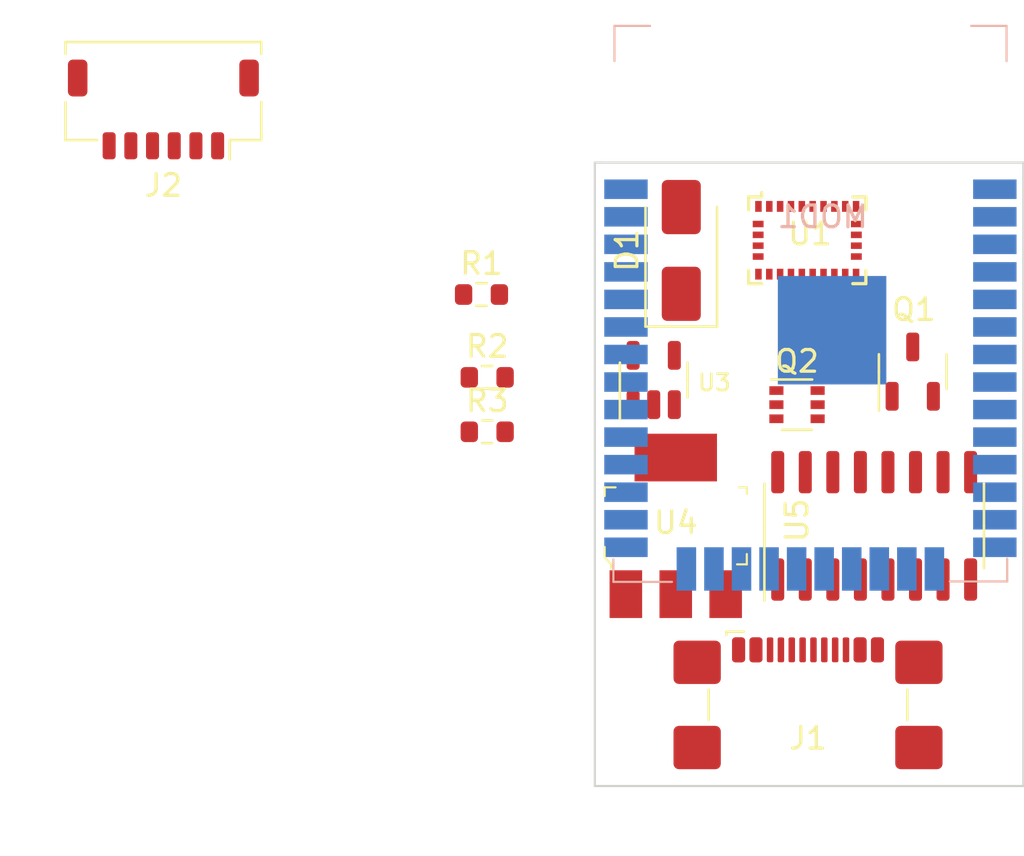
<source format=kicad_pcb>
(kicad_pcb (version 20221018) (generator pcbnew)
  (layers (0 "F.Cu" signal) (31 "B.Cu" signal) (34 "B.Paste" user) (35 "F.Paste" user) (36 "B.SilkS" user "B.Silkscreen") (37 "F.SilkS" user "F.Silkscreen") (38 "B.Mask" user) (39 "F.Mask" user) (44 "Edge.Cuts" user))
  (net 0 "")
  (net 1 "Net-(J1-GND-PadA1)")
  (net 2 "Net-(J1-VBUS-PadA4)")
  (net 79 "Net-(U5-UD+)")
  (net 80 "Net-(U5-UD-)")
  (footprint "Resistor_SMD:R_0603_1608Metric" (layer "F.Cu") (at 117.04 104.404)
    (fp_text reference "R2" (at 0 -1.43) (layer "F.SilkS"))
    (fp_text value "R")
    (fp_line (start -0.237258 -0.5225) (end 0.237258 -0.5225) (stroke (width 0.12)) (layer "F.SilkS"))
    (fp_line (start -0.237258 0.5225) (end 0.237258 0.5225) (stroke (width 0.12)) (layer "F.SilkS"))
    (pad "1" smd roundrect (at -0.825 0) (size 0.8 0.95) (layers "F.Cu" "F.Paste" "F.Mask"))
    (pad "2" smd roundrect (at 0.825 0) (size 0.8 0.95) (layers "F.Cu" "F.Paste" "F.Mask"))
  )
  (footprint "Resistor_SMD:R_0603_1608Metric" (layer "F.Cu") (at 116.777 100.584)
    (fp_text reference "R1" (at 0 -1.43) (layer "F.SilkS"))
    (fp_text value "R")
    (fp_line (start -0.237258 -0.5225) (end 0.237258 -0.5225) (stroke (width 0.12)) (layer "F.SilkS"))
    (fp_line (start -0.237258 0.5225) (end 0.237258 0.5225) (stroke (width 0.12)) (layer "F.SilkS"))
    (pad "1" smd roundrect (at -0.825 0) (size 0.8 0.95) (layers "F.Cu" "F.Paste" "F.Mask"))
    (pad "2" smd roundrect (at 0.825 0) (size 0.8 0.95) (layers "F.Cu" "F.Paste" "F.Mask"))
  )
  (footprint "Connector_USB:USB_C_Receptacle_GCT_USB4110" (layer "F.Cu") (at 131.826 120.65)
    (fp_text reference "J1" (at 0 0.395 unlocked) (layer "F.SilkS"))
    (fp_text value "USB_C_Receptacle")
    (fp_line (start -4.58 -0.435) (end -4.58 -1.845) (stroke (width 0.12)) (layer "F.SilkS"))
    (fp_line (start -3.76 -4.515) (end -3.76 -4.365) (stroke (width 0.12)) (layer "F.SilkS"))
    (fp_line (start -2.96 -4.515) (end -3.76 -4.515) (stroke (width 0.12)) (layer "F.SilkS"))
    (fp_line (start 4.58 -0.435) (end 4.58 -1.845) (stroke (width 0.12)) (layer "F.SilkS"))
    (pad "" np_thru_hole circle (at -2.89 -2.605) (size 0.65 0.65) (drill 0.65) (layers "F&B.Cu" "*.Mask"))
    (pad "" np_thru_hole circle (at 2.89 -2.605) (size 0.65 0.65) (drill 0.65) (layers "F&B.Cu" "*.Mask"))
    (pad "A1" smd roundrect (at -3.2 -3.68) (size 0.6 1.15) (layers "F.Cu" "F.Paste" "F.Mask") (net 1 "Net-(J1-GND-PadA1)"))
    (pad "A4" smd roundrect (at -2.4 -3.68) (size 0.6 1.15) (layers "F.Cu" "F.Paste" "F.Mask") (net 2 "Net-(J1-VBUS-PadA4)"))
    (pad "A5" smd roundrect (at -1.25 -3.68) (size 0.3 1.15) (layers "F.Cu" "F.Paste" "F.Mask"))
    (pad "A6" smd roundrect (at -0.25 -3.68) (size 0.3 1.15) (layers "F.Cu" "F.Paste" "F.Mask"))
    (pad "A7" smd roundrect (at 0.25 -3.68) (size 0.3 1.15) (layers "F.Cu" "F.Paste" "F.Mask"))
    (pad "A8" smd roundrect (at 1.25 -3.68) (size 0.3 1.15) (layers "F.Cu" "F.Paste" "F.Mask"))
    (pad "A9" smd roundrect (at 2.4 -3.68) (size 0.6 1.15) (layers "F.Cu" "F.Paste" "F.Mask") (net 2 "Net-(J1-VBUS-PadA4)"))
    (pad "A12" smd roundrect (at 3.2 -3.68) (size 0.6 1.15) (layers "F.Cu" "F.Paste" "F.Mask") (net 1 "Net-(J1-GND-PadA1)"))
    (pad "B1" smd roundrect (at 3.2 -3.68) (size 0.6 1.15) (layers "F.Cu" "F.Paste" "F.Mask") (net 1 "Net-(J1-GND-PadA1)"))
    (pad "B4" smd roundrect (at 2.4 -3.68) (size 0.6 1.15) (layers "F.Cu" "F.Paste" "F.Mask") (net 2 "Net-(J1-VBUS-PadA4)"))
    (pad "B5" smd roundrect (at 1.75 -3.68) (size 0.3 1.15) (layers "F.Cu" "F.Paste" "F.Mask"))
    (pad "B6" smd roundrect (at 0.75 -3.68) (size 0.3 1.15) (layers "F.Cu" "F.Paste" "F.Mask") (net 79 "Net-(U5-UD+)"))
    (pad "B7" smd roundrect (at -0.75 -3.68) (size 0.3 1.15) (layers "F.Cu" "F.Paste" "F.Mask") (net 80 "Net-(U5-UD-)"))
    (pad "B8" smd roundrect (at -1.75 -3.68) (size 0.3 1.15) (layers "F.Cu" "F.Paste" "F.Mask"))
    (pad "B9" smd roundrect (at -2.4 -3.68) (size 0.6 1.15) (layers "F.Cu" "F.Paste" "F.Mask") (net 2 "Net-(J1-VBUS-PadA4)"))
    (pad "B12" smd roundrect (at -3.2 -3.68) (size 0.6 1.15) (layers "F.Cu" "F.Paste" "F.Mask") (net 1 "Net-(J1-GND-PadA1)"))
    (pad "S1" smd roundrect (at -5.11 -3.105) (size 2.18 2) (layers "F.Cu" "F.Paste" "F.Mask") (roundrect_rratio 0.125))
    (pad "S1" smd roundrect (at -5.11 0.825) (size 2.18 2) (layers "F.Cu" "F.Paste" "F.Mask") (roundrect_rratio 0.125))
    (pad "S1" smd roundrect (at 5.11 -3.105) (size 2.18 2) (layers "F.Cu" "F.Paste" "F.Mask") (roundrect_rratio 0.125))
    (pad "S1" smd roundrect (at 5.11 0.825) (size 2.18 2) (layers "F.Cu" "F.Paste" "F.Mask") (roundrect_rratio 0.125))
  )
  (footprint "Resistor_SMD:R_0603_1608Metric" (layer "F.Cu") (at 117.04 106.914)
    (fp_text reference "R3" (at 0 -1.43) (layer "F.SilkS"))
    (fp_text value "R")
    (fp_line (start -0.237258 -0.5225) (end 0.237258 -0.5225) (stroke (width 0.12)) (layer "F.SilkS"))
    (fp_line (start -0.237258 0.5225) (end 0.237258 0.5225) (stroke (width 0.12)) (layer "F.SilkS"))
    (pad "1" smd roundrect (at -0.825 0) (size 0.8 0.95) (layers "F.Cu" "F.Paste" "F.Mask"))
    (pad "2" smd roundrect (at 0.825 0) (size 0.8 0.95) (layers "F.Cu" "F.Paste" "F.Mask"))
  )
  (footprint "Connector_JST:JST_SHL_SM06B-SHLS-TF_1x06-1MP_P1.00mm_Horizontal" (layer "F.Cu") (at 102.116 92.051 180)
    (fp_text reference "J2" (at 0 -3.5) (layer "F.SilkS"))
    (fp_text value "Conn_01x06_Socket")
    (fp_line (start -4.51 -1.41) (end -3.06 -1.41) (stroke (width 0.12)) (layer "F.SilkS"))
    (fp_line (start -4.51 0.34) (end -4.51 -1.41) (stroke (width 0.12)) (layer "F.SilkS"))
    (fp_line (start -4.51 2.56) (end -4.51 3.11) (stroke (width 0.12)) (layer "F.SilkS"))
    (fp_line (start -4.51 3.11) (end 4.51 3.11) (stroke (width 0.12)) (layer "F.SilkS"))
    (fp_line (start -3.06 -1.41) (end -3.06 -2.3) (stroke (width 0.12)) (layer "F.SilkS"))
    (fp_line (start 4.51 -1.41) (end 3.06 -1.41) (stroke (width 0.12)) (layer "F.SilkS"))
    (fp_line (start 4.51 0.34) (end 4.51 -1.41) (stroke (width 0.12)) (layer "F.SilkS"))
    (fp_line (start 4.51 3.11) (end 4.51 2.56) (stroke (width 0.12)) (layer "F.SilkS"))
    (pad "1" smd roundrect (at -2.5 -1.675 180) (size 0.6 1.25) (layers "F.Cu" "F.Paste" "F.Mask"))
    (pad "2" smd roundrect (at -1.5 -1.675 180) (size 0.6 1.25) (layers "F.Cu" "F.Paste" "F.Mask"))
    (pad "3" smd roundrect (at -0.5 -1.675 180) (size 0.6 1.25) (layers "F.Cu" "F.Paste" "F.Mask"))
    (pad "4" smd roundrect (at 0.5 -1.675 180) (size 0.6 1.25) (layers "F.Cu" "F.Paste" "F.Mask"))
    (pad "5" smd roundrect (at 1.5 -1.675 180) (size 0.6 1.25) (layers "F.Cu" "F.Paste" "F.Mask"))
    (pad "6" smd roundrect (at 2.5 -1.675 180) (size 0.6 1.25) (layers "F.Cu" "F.Paste" "F.Mask"))
    (pad "MP" smd roundrect (at -3.95 1.45 180) (size 0.9 1.7) (layers "F.Cu" "F.Paste" "F.Mask"))
    (pad "MP" smd roundrect (at 3.95 1.45 180) (size 0.9 1.7) (layers "F.Cu" "F.Paste" "F.Mask"))
  )
  (footprint "Package_TO_SOT_SMD:SOT-363_SC-70-6" (layer "F.Cu") (at 131.318 105.664)
    (fp_text reference "Q2" (at 0 -2) (layer "F.SilkS"))
    (fp_text value "UMH3N")
    (fp_line (start -0.7 1.16) (end 0.7 1.16) (stroke (width 0.12)) (layer "F.SilkS"))
    (fp_line (start 0.7 -1.16) (end -1.2 -1.16) (stroke (width 0.12)) (layer "F.SilkS"))
    (pad "1" smd rect (at -0.95 -0.65) (size 0.65 0.4) (layers "F.Cu" "F.Paste" "F.Mask"))
    (pad "2" smd rect (at -0.95 0) (size 0.65 0.4) (layers "F.Cu" "F.Paste" "F.Mask"))
    (pad "3" smd rect (at -0.95 0.65) (size 0.65 0.4) (layers "F.Cu" "F.Paste" "F.Mask"))
    (pad "4" smd rect (at 0.95 0.65) (size 0.65 0.4) (layers "F.Cu" "F.Paste" "F.Mask"))
    (pad "5" smd rect (at 0.95 0) (size 0.65 0.4) (layers "F.Cu" "F.Paste" "F.Mask"))
    (pad "6" smd rect (at 0.95 -0.65) (size 0.65 0.4) (layers "F.Cu" "F.Paste" "F.Mask"))
  )
  (footprint "Package_TO_SOT_SMD:SOT-23-5" (layer "F.Cu") (at 124.714 104.5265 90)
    (fp_text reference "U3" (at -0.1215 2.794 180) (layer "F.SilkS") (effects (font (size 0.75 0.75) (thickness 0.125))))
    (fp_text value "MCP73831-2-OT")
    (fp_line (start 0 -1.56) (end -1.8 -1.56) (stroke (width 0.12)) (layer "F.SilkS"))
    (fp_line (start 0 -1.56) (end 0.8 -1.56) (stroke (width 0.12)) (layer "F.SilkS"))
    (fp_line (start 0 1.56) (end -0.8 1.56) (stroke (width 0.12)) (layer "F.SilkS"))
    (fp_line (start 0 1.56) (end 0.8 1.56) (stroke (width 0.12)) (layer "F.SilkS"))
    (pad "1" smd roundrect (at -1.1375 -0.95 90) (size 1.325 0.6) (layers "F.Cu" "F.Paste" "F.Mask"))
    (pad "2" smd roundrect (at -1.1375 0 90) (size 1.325 0.6) (layers "F.Cu" "F.Paste" "F.Mask"))
    (pad "3" smd roundrect (at -1.1375 0.95 90) (size 1.325 0.6) (layers "F.Cu" "F.Paste" "F.Mask"))
    (pad "4" smd roundrect (at 1.1375 0.95 90) (size 1.325 0.6) (layers "F.Cu" "F.Paste" "F.Mask"))
    (pad "5" smd roundrect (at 1.1375 -0.95 90) (size 1.325 0.6) (layers "F.Cu" "F.Paste" "F.Mask"))
  )
  (footprint "Package_SO:SOIC-16_3.9x9.9mm_P1.27mm" (layer "F.Cu") (at 134.874 111.252 90)
    (fp_text reference "U5" (at 0.254 -3.556 90) (layer "F.SilkS"))
    (fp_text value "CH340C")
    (fp_line (start 0 -5.06) (end -3.45 -5.06) (stroke (width 0.12)) (layer "F.SilkS"))
    (fp_line (start 0 -5.06) (end 1.95 -5.06) (stroke (width 0.12)) (layer "F.SilkS"))
    (fp_line (start 0 5.06) (end -1.95 5.06) (stroke (width 0.12)) (layer "F.SilkS"))
    (fp_line (start 0 5.06) (end 1.95 5.06) (stroke (width 0.12)) (layer "F.SilkS"))
    (pad "1" smd roundrect (at -2.475 -4.445 90) (size 1.95 0.6) (layers "F.Cu" "F.Paste" "F.Mask"))
    (pad "2" smd roundrect (at -2.475 -3.175 90) (size 1.95 0.6) (layers "F.Cu" "F.Paste" "F.Mask"))
    (pad "3" smd roundrect (at -2.475 -1.905 90) (size 1.95 0.6) (layers "F.Cu" "F.Paste" "F.Mask"))
    (pad "4" smd roundrect (at -2.475 -0.635 90) (size 1.95 0.6) (layers "F.Cu" "F.Paste" "F.Mask"))
    (pad "5" smd roundrect (at -2.475 0.635 90) (size 1.95 0.6) (layers "F.Cu" "F.Paste" "F.Mask") (net 79 "Net-(U5-UD+)"))
    (pad "6" smd roundrect (at -2.475 1.905 90) (size 1.95 0.6) (layers "F.Cu" "F.Paste" "F.Mask") (net 80 "Net-(U5-UD-)"))
    (pad "7" smd roundrect (at -2.475 3.175 90) (size 1.95 0.6) (layers "F.Cu" "F.Paste" "F.Mask"))
    (pad "8" smd roundrect (at -2.475 4.445 90) (size 1.95 0.6) (layers "F.Cu" "F.Paste" "F.Mask"))
    (pad "9" smd roundrect (at 2.475 4.445 90) (size 1.95 0.6) (layers "F.Cu" "F.Paste" "F.Mask"))
    (pad "10" smd roundrect (at 2.475 3.175 90) (size 1.95 0.6) (layers "F.Cu" "F.Paste" "F.Mask"))
    (pad "11" smd roundrect (at 2.475 1.905 90) (size 1.95 0.6) (layers "F.Cu" "F.Paste" "F.Mask"))
    (pad "12" smd roundrect (at 2.475 0.635 90) (size 1.95 0.6) (layers "F.Cu" "F.Paste" "F.Mask"))
    (pad "13" smd roundrect (at 2.475 -0.635 90) (size 1.95 0.6) (layers "F.Cu" "F.Paste" "F.Mask"))
    (pad "14" smd roundrect (at 2.475 -1.905 90) (size 1.95 0.6) (layers "F.Cu" "F.Paste" "F.Mask"))
    (pad "15" smd roundrect (at 2.475 -3.175 90) (size 1.95 0.6) (layers "F.Cu" "F.Paste" "F.Mask"))
    (pad "16" smd roundrect (at 2.475 -4.445 90) (size 1.95 0.6) (layers "F.Cu" "F.Paste" "F.Mask"))
  )
  (footprint "digikey-footprints:SOT-223" (layer "F.Cu") (at 125.73 111.252)
    (fp_text reference "U4" (at 0 -0.15) (layer "F.SilkS"))
    (fp_text value "AZ1117CH-3_3TRG1")
    (fp_line (start -3.275 -1.775) (end -3.275 -1.375) (stroke (width 0.1)) (layer "F.SilkS"))
    (fp_line (start -3.275 0.975) (end -3.275 1.45) (stroke (width 0.1)) (layer "F.SilkS"))
    (fp_line (start -3.275 1.45) (end -2.975 1.775) (stroke (width 0.1)) (layer "F.SilkS"))
    (fp_line (start -2.975 1.775) (end -2.975 1.97) (stroke (width 0.1)) (layer "F.SilkS"))
    (fp_line (start -2.775 -1.775) (end -3.275 -1.775) (stroke (width 0.1)) (layer "F.SilkS"))
    (fp_line (start 2.9 -1.775) (end 3.275 -1.775) (stroke (width 0.1)) (layer "F.SilkS"))
    (fp_line (start 3.275 -1.775) (end 3.275 -1.475) (stroke (width 0.1)) (layer "F.SilkS"))
    (fp_line (start 3.275 1.3) (end 3.275 1.775) (stroke (width 0.1)) (layer "F.SilkS"))
    (fp_line (start 3.275 1.775) (end 2.825 1.775) (stroke (width 0.1)) (layer "F.SilkS"))
    (pad "1" smd rect (at -2.3 3.15) (size 1.5 2.2) (layers "F.Cu" "F.Paste" "F.Mask"))
    (pad "2" smd rect (at 0 3.15) (size 1.5 2.2) (layers "F.Cu" "F.Paste" "F.Mask"))
    (pad "3" smd rect (at 2.3 3.15) (size 1.5 2.2) (layers "F.Cu" "F.Paste" "F.Mask"))
    (pad "4" smd rect (at 0 -3.15) (size 3.8 2.2) (layers "F.Cu" "F.Paste" "F.Mask"))
  )
  (footprint "digikey-footprints:LGA-28_5.2x3.8mm_BNO0055" (layer "F.Cu") (at 131.79 98.0825)
    (fp_text reference "U1" (at 0.125 -0.2925) (layer "F.SilkS"))
    (fp_text value "BNO055")
    (fp_line (start -2.7 -2) (end -2.7 -1.4) (stroke (width 0.1524)) (layer "F.SilkS"))
    (fp_line (start -2.7 1.4) (end -2.7 2) (stroke (width 0.1524)) (layer "F.SilkS"))
    (fp_line (start -2.7 2) (end -2.1 2) (stroke (width 0.1524)) (layer "F.SilkS"))
    (fp_line (start -2.1 -2) (end -2.7 -2) (stroke (width 0.1524)) (layer "F.SilkS"))
    (fp_line (start -2.1 -2) (end -2.1 -2.2) (stroke (width 0.1524)) (layer "F.SilkS"))
    (fp_line (start 2.1 2) (end 2.7 2) (stroke (width 0.1524)) (layer "F.SilkS"))
    (fp_line (start 2.7 -2) (end 2.1 -2) (stroke (width 0.1524)) (layer "F.SilkS"))
    (fp_line (start 2.7 -1.4) (end 2.7 -2) (stroke (width 0.1524)) (layer "F.SilkS"))
    (fp_line (start 2.7 2) (end 2.7 1.4) (stroke (width 0.1524)) (layer "F.SilkS"))
    (pad "1" smd rect (at -2.25 -1.5625) (size 0.3 0.5) (layers "F.Cu" "F.Paste" "F.Mask"))
    (pad "2" smd rect (at -2.2625 -0.75 90) (size 0.3 0.5) (layers "F.Cu" "F.Paste" "F.Mask"))
    (pad "3" smd rect (at -2.2625 -0.25 90) (size 0.3 0.5) (layers "F.Cu" "F.Paste" "F.Mask"))
    (pad "4" smd rect (at -2.2625 0.25 90) (size 0.3 0.5) (layers "F.Cu" "F.Paste" "F.Mask"))
    (pad "5" smd rect (at -2.2625 0.75 90) (size 0.3 0.5) (layers "F.Cu" "F.Paste" "F.Mask"))
    (pad "6" smd rect (at -2.25 1.5625) (size 0.3 0.5) (layers "F.Cu" "F.Paste" "F.Mask"))
    (pad "7" smd rect (at -1.75 1.5625) (size 0.3 0.5) (layers "F.Cu" "F.Paste" "F.Mask"))
    (pad "8" smd rect (at -1.25 1.5625) (size 0.3 0.5) (layers "F.Cu" "F.Paste" "F.Mask"))
    (pad "9" smd rect (at -0.75 1.5625) (size 0.3 0.5) (layers "F.Cu" "F.Paste" "F.Mask"))
    (pad "10" smd rect (at -0.25 1.5625) (size 0.3 0.5) (layers "F.Cu" "F.Paste" "F.Mask"))
    (pad "11" smd rect (at 0.25 1.5625) (size 0.3 0.5) (layers "F.Cu" "F.Paste" "F.Mask"))
    (pad "12" smd rect (at 0.75 1.5625) (size 0.3 0.5) (layers "F.Cu" "F.Paste" "F.Mask"))
    (pad "13" smd rect (at 1.25 1.5625) (size 0.3 0.5) (layers "F.Cu" "F.Paste" "F.Mask"))
    (pad "14" smd rect (at 1.75 1.5625) (size 0.3 0.5) (layers "F.Cu" "F.Paste" "F.Mask"))
    (pad "15" smd rect (at 2.25 1.5625) (size 0.3 0.5) (layers "F.Cu" "F.Paste" "F.Mask"))
    (pad "16" smd rect (at 2.2625 0.75 90) (size 0.3 0.5) (layers "F.Cu" "F.Paste" "F.Mask"))
    (pad "17" smd rect (at 2.2625 0.25 90) (size 0.3 0.5) (layers "F.Cu" "F.Paste" "F.Mask"))
    (pad "18" smd rect (at 2.2625 -0.25 90) (size 0.3 0.5) (layers "F.Cu" "F.Paste" "F.Mask"))
    (pad "19" smd rect (at 2.2625 -0.75 90) (size 0.3 0.5) (layers "F.Cu" "F.Paste" "F.Mask"))
    (pad "20" smd rect (at 2.25 -1.5625) (size 0.3 0.5) (layers "F.Cu" "F.Paste" "F.Mask"))
    (pad "21" smd rect (at 1.75 -1.5625) (size 0.3 0.5) (layers "F.Cu" "F.Paste" "F.Mask"))
    (pad "22" smd rect (at 1.25 -1.5625) (size 0.3 0.5) (layers "F.Cu" "F.Paste" "F.Mask"))
    (pad "23" smd rect (at 0.75 -1.5625) (size 0.3 0.5) (layers "F.Cu" "F.Paste" "F.Mask"))
    (pad "24" smd rect (at 0.25 -1.5625) (size 0.3 0.5) (layers "F.Cu" "F.Paste" "F.Mask"))
    (pad "25" smd rect (at -0.25 -1.5625) (size 0.3 0.5) (layers "F.Cu" "F.Paste" "F.Mask"))
    (pad "26" smd rect (at -0.75 -1.5625) (size 0.3 0.5) (layers "F.Cu" "F.Paste" "F.Mask"))
    (pad "27" smd rect (at -1.25 -1.5625) (size 0.3 0.5) (layers "F.Cu" "F.Paste" "F.Mask"))
    (pad "28" smd rect (at -1.75 -1.5625) (size 0.3 0.5) (layers "F.Cu" "F.Paste" "F.Mask"))
  )
  (footprint "Diode_SMD:D_SMA" (layer "F.Cu") (at 125.984 98.552 90)
    (fp_text reference "D1" (at 0 -2.5 90) (layer "F.SilkS"))
    (fp_text value "B130-E3")
    (fp_line (start -3.51 -1.65) (end -3.51 1.65) (stroke (width 0.12)) (layer "F.SilkS"))
    (fp_line (start -3.51 -1.65) (end 2 -1.65) (stroke (width 0.12)) (layer "F.SilkS"))
    (fp_line (start -3.51 1.65) (end 2 1.65) (stroke (width 0.12)) (layer "F.SilkS"))
    (pad "1" smd roundrect (at -2 0 90) (size 2.5 1.8) (layers "F.Cu" "F.Paste" "F.Mask") (roundrect_rratio 0.1388888889))
    (pad "2" smd roundrect (at 2 0 90) (size 2.5 1.8) (layers "F.Cu" "F.Paste" "F.Mask") (roundrect_rratio 0.1388888889))
  )
  (footprint "Package_TO_SOT_SMD:SOT-23-3" (layer "F.Cu") (at 136.652 104.14 90)
    (fp_text reference "Q1" (at 2.8625 0.05 180) (layer "F.SilkS"))
    (fp_text value "DMP1045u")
    (fp_line (start 0 -1.56) (end -1.8 -1.56) (stroke (width 0.12)) (layer "F.SilkS"))
    (fp_line (start 0 -1.56) (end 0.8 -1.56) (stroke (width 0.12)) (layer "F.SilkS"))
    (fp_line (start 0 1.56) (end -0.8 1.56) (stroke (width 0.12)) (layer "F.SilkS"))
    (fp_line (start 0 1.56) (end 0.8 1.56) (stroke (width 0.12)) (layer "F.SilkS"))
    (pad "1" smd roundrect (at -1.1375 -0.95 90) (size 1.325 0.6) (layers "F.Cu" "F.Paste" "F.Mask"))
    (pad "2" smd roundrect (at -1.1375 0.95 90) (size 1.325 0.6) (layers "F.Cu" "F.Paste" "F.Mask"))
    (pad "3" smd roundrect (at 1.1375 0 90) (size 1.325 0.6) (layers "F.Cu" "F.Paste" "F.Mask"))
  )
  (footprint "digikey-footprints:ESP32-WROOM-32D" (layer "B.Cu") (at 131.935 103.985 180)
    (fp_text reference "MOD1" (at -0.565 6.985) (layer "B.SilkS") (effects (justify mirror)))
    (fp_text value "ESP32-WROOM-32")
    (fp_line (start -9.07 -9.83) (end -6.42 -9.83) (stroke (width 0.1)) (layer "B.SilkS"))
    (fp_line (start -9.07 -8.78) (end -9.07 -9.83) (stroke (width 0.1)) (layer "B.SilkS"))
    (fp_line (start -9.04 14.16) (end -9.04 15.79) (stroke (width 0.1)) (layer "B.SilkS"))
    (fp_line (start -9.04 15.79) (end -7.41 15.79) (stroke (width 0.1)) (layer "B.SilkS"))
    (fp_line (start 9.03 14.17) (end 9.03 15.79) (stroke (width 0.1)) (layer "B.SilkS"))
    (fp_line (start 9.03 15.79) (end 7.39 15.79) (stroke (width 0.1)) (layer "B.SilkS"))
    (fp_line (start 9.08 -9.85) (end 6.38 -9.85) (stroke (width 0.1)) (layer "B.SilkS"))
    (fp_line (start 9.08 -8.81) (end 9.08 -9.85) (stroke (width 0.1)) (layer "B.SilkS"))
    (pad "1" smd rect (at -8.5 8.255 180) (size 2 0.9) (layers "B.Cu" "B.Paste" "B.Mask"))
    (pad "2" smd rect (at -8.5 6.985 180) (size 2 0.9) (layers "B.Cu" "B.Paste" "B.Mask"))
    (pad "3" smd rect (at -8.5 5.715 180) (size 2 0.9) (layers "B.Cu" "B.Paste" "B.Mask"))
    (pad "4" smd rect (at -8.5 4.445 180) (size 2 0.9) (layers "B.Cu" "B.Paste" "B.Mask"))
    (pad "5" smd rect (at -8.5 3.175 180) (size 2 0.9) (layers "B.Cu" "B.Paste" "B.Mask"))
    (pad "6" smd rect (at -8.5 1.905 180) (size 2 0.9) (layers "B.Cu" "B.Paste" "B.Mask"))
    (pad "7" smd rect (at -8.5 0.635 180) (size 2 0.9) (layers "B.Cu" "B.Paste" "B.Mask"))
    (pad "8" smd rect (at -8.5 -0.635 180) (size 2 0.9) (layers "B.Cu" "B.Paste" "B.Mask"))
    (pad "9" smd rect (at -8.5 -1.905 180) (size 2 0.9) (layers "B.Cu" "B.Paste" "B.Mask"))
    (pad "10" smd rect (at -8.5 -3.175 180) (size 2 0.9) (layers "B.Cu" "B.Paste" "B.Mask"))
    (pad "11" smd rect (at -8.5 -4.445 180) (size 2 0.9) (layers "B.Cu" "B.Paste" "B.Mask"))
    (pad "12" smd rect (at -8.5 -5.715 180) (size 2 0.9) (layers "B.Cu" "B.Paste" "B.Mask"))
    (pad "13" smd rect (at -8.5 -6.985 180) (size 2 0.9) (layers "B.Cu" "B.Paste" "B.Mask"))
    (pad "14" smd rect (at -8.5 -8.255 180) (size 2 0.9) (layers "B.Cu" "B.Paste" "B.Mask"))
    (pad "15" smd rect (at -5.715 -9.255 90) (size 2 0.9) (layers "B.Cu" "B.Paste" "B.Mask"))
    (pad "16" smd rect (at -4.445 -9.255 90) (size 2 0.9) (layers "B.Cu" "B.Paste" "B.Mask"))
    (pad "17" smd rect (at -3.175 -9.255 90) (size 2 0.9) (layers "B.Cu" "B.Paste" "B.Mask"))
    (pad "18" smd rect (at -1.905 -9.255 90) (size 2 0.9) (layers "B.Cu" "B.Paste" "B.Mask"))
    (pad "19" smd rect (at -0.635 -9.255 90) (size 2 0.9) (layers "B.Cu" "B.Paste" "B.Mask"))
    (pad "20" smd rect (at 0.635 -9.255 90) (size 2 0.9) (layers "B.Cu" "B.Paste" "B.Mask"))
    (pad "21" smd rect (at 1.905 -9.255 90) (size 2 0.9) (layers "B.Cu" "B.Paste" "B.Mask"))
    (pad "22" smd rect (at 3.175 -9.255 90) (size 2 0.9) (layers "B.Cu" "B.Paste" "B.Mask"))
    (pad "23" smd rect (at 4.445 -9.255 90) (size 2 0.9) (layers "B.Cu" "B.Paste" "B.Mask"))
    (pad "24" smd rect (at 5.715 -9.255 90) (size 2 0.9) (layers "B.Cu" "B.Paste" "B.Mask"))
    (pad "25" smd rect (at 8.5 -8.255 180) (size 2 0.9) (layers "B.Cu" "B.Paste" "B.Mask"))
    (pad "26" smd rect (at 8.5 -6.985 180) (size 2 0.9) (layers "B.Cu" "B.Paste" "B.Mask"))
    (pad "27" smd rect (at 8.5 -5.715 180) (size 2 0.9) (layers "B.Cu" "B.Paste" "B.Mask"))
    (pad "28" smd rect (at 8.5 -4.445 180) (size 2 0.9) (layers "B.Cu" "B.Paste" "B.Mask"))
    (pad "29" smd rect (at 8.5 -3.175 180) (size 2 0.9) (layers "B.Cu" "B.Paste" "B.Mask"))
    (pad "30" smd rect (at 8.5 -1.905 180) (size 2 0.9) (layers "B.Cu" "B.Paste" "B.Mask"))
    (pad "31" smd rect (at 8.5 -0.635 180) (size 2 0.9) (layers "B.Cu" "B.Paste" "B.Mask"))
    (pad "32" smd rect (at 8.5 0.635 180) (size 2 0.9) (layers "B.Cu" "B.Paste" "B.Mask"))
    (pad "33" smd rect (at 8.5 1.905 180) (size 2 0.9) (layers "B.Cu" "B.Paste" "B.Mask"))
    (pad "34" smd rect (at 8.5 3.175 180) (size 2 0.9) (layers "B.Cu" "B.Paste" "B.Mask"))
    (pad "35" smd rect (at 8.5 4.445 180) (size 2 0.9) (layers "B.Cu" "B.Paste" "B.Mask"))
    (pad "36" smd rect (at 8.5 5.715 180) (size 2 0.9) (layers "B.Cu" "B.Paste" "B.Mask"))
    (pad "37" smd rect (at 8.5 6.985 180) (size 2 0.9) (layers "B.Cu" "B.Paste" "B.Mask"))
    (pad "38" smd rect (at 8.5 8.255 180) (size 2 0.9) (layers "B.Cu" "B.Paste" "B.Mask"))
    (pad "39" smd rect (at -1 1.755 180) (size 5 5) (layers "B.Cu" "B.Paste" "B.Mask"))
  )
  (gr_line (start 122 123.25) (end 141.75 123.25) (stroke (width 0.1)) (layer "Edge.Cuts"))
  (gr_line (start 122.25 94.5) (end 122 94.5) (stroke (width 0.1)) (layer "Edge.Cuts"))
  (gr_line (start 141.75 123.25) (end 141.75 94.5) (stroke (width 0.1)) (layer "Edge.Cuts"))
  (gr_line (start 141.75 94.5) (end 122.25 94.5) (stroke (width 0.1)) (layer "Edge.Cuts"))
  (gr_line (start 122 123.25) (end 122 94.5) (stroke (width 0.1)) (layer "Edge.Cuts"))
)
</source>
